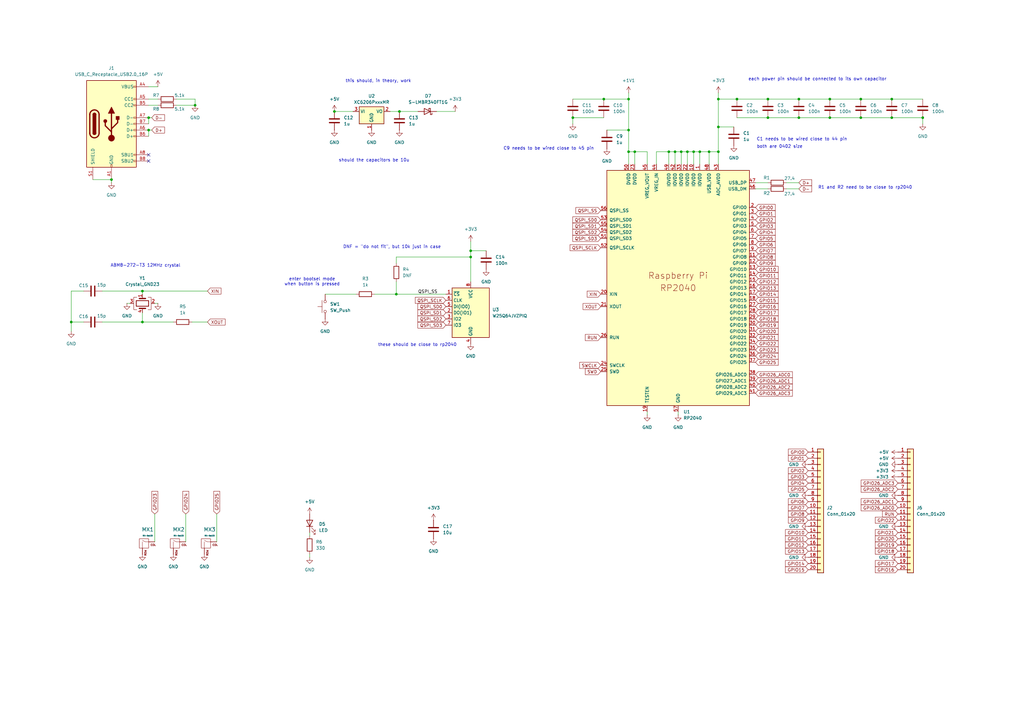
<source format=kicad_sch>
(kicad_sch (version 20231120) (generator "eeschema") (generator_version "8.0")
  (paper "A3")
  (lib_symbols
    (symbol "Connector:USB_C_Receptacle_USB2.0_16P" (pin_names (offset 1.016))
      (property "Reference" "J" (at 0 22.225 0))
      (property "Value" "USB_C_Receptacle_USB2.0_16P" (at 0 19.685 0))
      (symbol "USB_C_Receptacle_USB2.0_16P_1_1"
        (pin passive line (at 0 -22.86 90) (length 5.08) (name "GND") (number "A1"))
        (pin passive line (at 0 -22.86 90) (length 5.08) hide (name "GND") (number "A12"))
        (pin passive line (at 15.24 15.24 180) (length 5.08) (name "VBUS") (number "A4"))
        (pin bidirectional line (at 15.24 10.16 180) (length 5.08) (name "CC1") (number "A5"))
        (pin bidirectional line (at 15.24 -2.54 180) (length 5.08) (name "D+") (number "A6"))
        (pin bidirectional line (at 15.24 2.54 180) (length 5.08) (name "D-") (number "A7"))
        (pin bidirectional line (at 15.24 -12.7 180) (length 5.08) (name "SBU1") (number "A8"))
        (pin passive line (at 15.24 15.24 180) (length 5.08) hide (name "VBUS") (number "A9"))
        (pin passive line (at 0 -22.86 90) (length 5.08) hide (name "GND") (number "B1"))
        (pin passive line (at 0 -22.86 90) (length 5.08) hide (name "GND") (number "B12"))
        (pin passive line (at 15.24 15.24 180) (length 5.08) hide (name "VBUS") (number "B4"))
        (pin bidirectional line (at 15.24 7.62 180) (length 5.08) (name "CC2") (number "B5"))
        (pin bidirectional line (at 15.24 -5.08 180) (length 5.08) (name "D+") (number "B6"))
        (pin bidirectional line (at 15.24 0 180) (length 5.08) (name "D-") (number "B7"))
        (pin bidirectional line (at 15.24 -15.24 180) (length 5.08) (name "SBU2") (number "B8"))
        (pin passive line (at 15.24 15.24 180) (length 5.08) hide (name "VBUS") (number "B9"))
        (pin passive line (at -7.62 -22.86 90) (length 5.08) (name "SHIELD") (number "S1"))
      )
    )
    (symbol "Connector_Generic:Conn_01x20" (pin_names (offset 1.016) hide)
      (property "Reference" "J" (at 0 25.4 0))
      (property "Value" "Conn_01x20" (at 0 -27.94 0))
      (symbol "Conn_01x20_1_1"
        (pin passive line (at -5.08 22.86 0) (length 3.81) (name "Pin_1") (number "1"))
        (pin passive line (at -5.08 0 0) (length 3.81) (name "Pin_10") (number "10"))
        (pin passive line (at -5.08 -2.54 0) (length 3.81) (name "Pin_11") (number "11"))
        (pin passive line (at -5.08 -5.08 0) (length 3.81) (name "Pin_12") (number "12"))
        (pin passive line (at -5.08 -7.62 0) (length 3.81) (name "Pin_13") (number "13"))
        (pin passive line (at -5.08 -10.16 0) (length 3.81) (name "Pin_14") (number "14"))
        (pin passive line (at -5.08 -12.7 0) (length 3.81) (name "Pin_15") (number "15"))
        (pin passive line (at -5.08 -15.24 0) (length 3.81) (name "Pin_16") (number "16"))
        (pin passive line (at -5.08 -17.78 0) (length 3.81) (name "Pin_17") (number "17"))
        (pin passive line (at -5.08 -20.32 0) (length 3.81) (name "Pin_18") (number "18"))
        (pin passive line (at -5.08 -22.86 0) (length 3.81) (name "Pin_19") (number "19"))
        (pin passive line (at -5.08 20.32 0) (length 3.81) (name "Pin_2") (number "2"))
        (pin passive line (at -5.08 -25.4 0) (length 3.81) (name "Pin_20") (number "20"))
        (pin passive line (at -5.08 17.78 0) (length 3.81) (name "Pin_3") (number "3"))
        (pin passive line (at -5.08 15.24 0) (length 3.81) (name "Pin_4") (number "4"))
        (pin passive line (at -5.08 12.7 0) (length 3.81) (name "Pin_5") (number "5"))
        (pin passive line (at -5.08 10.16 0) (length 3.81) (name "Pin_6") (number "6"))
        (pin passive line (at -5.08 7.62 0) (length 3.81) (name "Pin_7") (number "7"))
        (pin passive line (at -5.08 5.08 0) (length 3.81) (name "Pin_8") (number "8"))
        (pin passive line (at -5.08 2.54 0) (length 3.81) (name "Pin_9") (number "9"))
      )
    )
    (symbol "Device:C" (pin_numbers hide) (pin_names (offset 0.254))
      (property "Reference" "C" (at 0.635 2.54 0))
      (property "Value" "C" (at 0.635 -2.54 0))
      (symbol "C_1_1"
        (pin passive line (at 0 3.81 270) (length 2.794) (name "~") (number "1"))
        (pin passive line (at 0 -3.81 90) (length 2.794) (name "~") (number "2"))
      )
    )
    (symbol "Device:Crystal_GND23" (pin_names (offset 1.016) hide)
      (property "Reference" "Y" (at 3.175 5.08 0))
      (property "Value" "Crystal_GND23" (at 3.175 3.175 0))
      (symbol "Crystal_GND23_1_1"
        (pin passive line (at -3.81 0 0) (length 1.27) (name "1") (number "1"))
        (pin passive line (at 0 5.08 270) (length 1.27) (name "2") (number "2"))
        (pin passive line (at 0 -5.08 90) (length 1.27) (name "3") (number "3"))
        (pin passive line (at 3.81 0 180) (length 1.27) (name "4") (number "4"))
      )
    )
    (symbol "Device:D_Schottky" (pin_numbers hide) (pin_names (offset 1.016) hide)
      (property "Reference" "D" (at 0 2.54 0))
      (property "Value" "D_Schottky" (at 0 -2.54 0))
      (symbol "D_Schottky_1_1"
        (pin passive line (at -3.81 0 0) (length 2.54) (name "K") (number "1"))
        (pin passive line (at 3.81 0 180) (length 2.54) (name "A") (number "2"))
      )
    )
    (symbol "Device:LED" (pin_numbers hide) (pin_names (offset 1.016) hide)
      (property "Reference" "D" (at 0 2.54 0))
      (property "Value" "LED" (at 0 -2.54 0))
      (symbol "LED_1_1"
        (pin passive line (at -3.81 0 0) (length 2.54) (name "K") (number "1"))
        (pin passive line (at 3.81 0 180) (length 2.54) (name "A") (number "2"))
      )
    )
    (symbol "Device:R" (pin_numbers hide) (pin_names (offset 0))
      (property "Reference" "R" (at 2.032 0 90))
      (property "Value" "R" (at 0 0 90))
      (symbol "R_1_1"
        (pin passive line (at 0 3.81 270) (length 1.27) (name "~") (number "1"))
        (pin passive line (at 0 -3.81 90) (length 1.27) (name "~") (number "2"))
      )
    )
    (symbol "MCU_RaspberryPi_and_Boards:RP2040" (pin_names (offset 1.016))
      (property "Reference" "U" (at -29.21 49.53 0))
      (property "Value" "RP2040" (at 24.13 -49.53 0))
      (symbol "RP2040_0_0"
        (text "Raspberry Pi" (at 0 5.08 0) (effects (font (size 2.54 2.54))))
        (text "RP2040" (at 0 0 0) (effects (font (size 2.54 2.54))))
      )
      (symbol "RP2040_1_1"
        (pin power_in line (at 8.89 50.8 270) (length 2.54) (name "IOVDD") (number "1"))
        (pin power_in line (at 6.35 50.8 270) (length 2.54) (name "IOVDD") (number "10"))
        (pin bidirectional line (at 31.75 12.7 180) (length 2.54) (name "GPIO8") (number "11"))
        (pin bidirectional line (at 31.75 10.16 180) (length 2.54) (name "GPIO9") (number "12"))
        (pin bidirectional line (at 31.75 7.62 180) (length 2.54) (name "GPIO10") (number "13"))
        (pin bidirectional line (at 31.75 5.08 180) (length 2.54) (name "GPIO11") (number "14"))
        (pin bidirectional line (at 31.75 2.54 180) (length 2.54) (name "GPIO12") (number "15"))
        (pin bidirectional line (at 31.75 0 180) (length 2.54) (name "GPIO13") (number "16"))
        (pin bidirectional line (at 31.75 -2.54 180) (length 2.54) (name "GPIO14") (number "17"))
        (pin bidirectional line (at 31.75 -5.08 180) (length 2.54) (name "GPIO15") (number "18"))
        (pin passive line (at -12.7 -50.8 90) (length 2.54) (name "TESTEN") (number "19"))
        (pin bidirectional line (at 31.75 33.02 180) (length 2.54) (name "GPIO0") (number "2"))
        (pin input line (at -31.75 -2.54 0) (length 2.54) (name "XIN") (number "20"))
        (pin passive line (at -31.75 -7.62 0) (length 2.54) (name "XOUT") (number "21"))
        (pin power_in line (at 3.81 50.8 270) (length 2.54) (name "IOVDD") (number "22"))
        (pin power_in line (at -17.78 50.8 270) (length 2.54) (name "DVDD") (number "23"))
        (pin output line (at -31.75 -31.75 0) (length 2.54) (name "SWCLK") (number "24"))
        (pin bidirectional line (at -31.75 -34.29 0) (length 2.54) (name "SWD") (number "25"))
        (pin input line (at -31.75 -20.32 0) (length 2.54) (name "RUN") (number "26"))
        (pin bidirectional line (at 31.75 -7.62 180) (length 2.54) (name "GPIO16") (number "27"))
        (pin bidirectional line (at 31.75 -10.16 180) (length 2.54) (name "GPIO17") (number "28"))
        (pin bidirectional line (at 31.75 -12.7 180) (length 2.54) (name "GPIO18") (number "29"))
        (pin bidirectional line (at 31.75 30.48 180) (length 2.54) (name "GPIO1") (number "3"))
        (pin bidirectional line (at 31.75 -15.24 180) (length 2.54) (name "GPIO19") (number "30"))
        (pin bidirectional line (at 31.75 -17.78 180) (length 2.54) (name "GPIO20") (number "31"))
        (pin bidirectional line (at 31.75 -20.32 180) (length 2.54) (name "GPIO21") (number "32"))
        (pin power_in line (at 1.27 50.8 270) (length 2.54) (name "IOVDD") (number "33"))
        (pin bidirectional line (at 31.75 -22.86 180) (length 2.54) (name "GPIO22") (number "34"))
        (pin bidirectional line (at 31.75 -25.4 180) (length 2.54) (name "GPIO23") (number "35"))
        (pin bidirectional line (at 31.75 -27.94 180) (length 2.54) (name "GPIO24") (number "36"))
        (pin bidirectional line (at 31.75 -30.48 180) (length 2.54) (name "GPIO25") (number "37"))
        (pin bidirectional line (at 31.75 -35.56 180) (length 2.54) (name "GPIO26_ADC0") (number "38"))
        (pin bidirectional line (at 31.75 -38.1 180) (length 2.54) (name "GPIO27_ADC1") (number "39"))
        (pin bidirectional line (at 31.75 27.94 180) (length 2.54) (name "GPIO2") (number "4"))
        (pin bidirectional line (at 31.75 -40.64 180) (length 2.54) (name "GPIO28_ADC2") (number "40"))
        (pin bidirectional line (at 31.75 -43.18 180) (length 2.54) (name "GPIO29_ADC3") (number "41"))
        (pin power_in line (at -1.27 50.8 270) (length 2.54) (name "IOVDD") (number "42"))
        (pin power_in line (at 16.51 50.8 270) (length 2.54) (name "ADC_AVDD") (number "43"))
        (pin power_in line (at -8.89 50.8 270) (length 2.54) (name "VREG_IN") (number "44"))
        (pin power_out line (at -12.7 50.8 270) (length 2.54) (name "VREG_VOUT") (number "45"))
        (pin bidirectional line (at 31.75 40.64 180) (length 2.54) (name "USB_DM") (number "46"))
        (pin bidirectional line (at 31.75 43.18 180) (length 2.54) (name "USB_DP") (number "47"))
        (pin power_in line (at 12.7 50.8 270) (length 2.54) (name "USB_VDD") (number "48"))
        (pin power_in line (at -3.81 50.8 270) (length 2.54) (name "IOVDD") (number "49"))
        (pin bidirectional line (at 31.75 25.4 180) (length 2.54) (name "GPIO3") (number "5"))
        (pin power_in line (at -20.32 50.8 270) (length 2.54) (name "DVDD") (number "50"))
        (pin bidirectional line (at -31.75 20.32 0) (length 2.54) (name "QSPI_SD3") (number "51"))
        (pin output line (at -31.75 16.51 0) (length 2.54) (name "QSPI_SCLK") (number "52"))
        (pin bidirectional line (at -31.75 27.94 0) (length 2.54) (name "QSPI_SD0") (number "53"))
        (pin bidirectional line (at -31.75 22.86 0) (length 2.54) (name "QSPI_SD2") (number "54"))
        (pin bidirectional line (at -31.75 25.4 0) (length 2.54) (name "QSPI_SD1") (number "55"))
        (pin bidirectional line (at -31.75 31.75 0) (length 2.54) (name "QSPI_SS") (number "56"))
        (pin power_in line (at 0 -50.8 90) (length 2.54) (name "GND") (number "57"))
        (pin bidirectional line (at 31.75 22.86 180) (length 2.54) (name "GPIO4") (number "6"))
        (pin bidirectional line (at 31.75 20.32 180) (length 2.54) (name "GPIO5") (number "7"))
        (pin bidirectional line (at 31.75 17.78 180) (length 2.54) (name "GPIO6") (number "8"))
        (pin bidirectional line (at 31.75 15.24 180) (length 2.54) (name "GPIO7") (number "9"))
      )
    )
    (symbol "MX_Alps_Hybrid:MX-NoLED" (pin_names (offset 1.016))
      (property "Reference" "MX" (at -0.635 3.81 0))
      (property "Value" "MX-NoLED" (at -0.635 1.27 0))
      (symbol "MX-NoLED_0_0"
        (text "COL" (at 3.175 0 0) (effects (font (size 0.762 0.762))))
        (text "ROW" (at 0 -1.905 900) (effects (font (size 0.762 0.762)) (justify right)))
      )
      (symbol "MX-NoLED_1_1"
        (pin passive line (at 3.81 1.27 180) (length 2.54) (name "COL") (number "1"))
        (pin passive line (at -1.27 -3.81 90) (length 2.54) (name "ROW") (number "2"))
      )
    )
    (symbol "Memory_Flash:W25Q128JVS"
      (property "Reference" "U" (at -8.89 8.89 0))
      (property "Value" "W25Q128JVS" (at 7.62 8.89 0))
      (symbol "W25Q128JVS_1_1"
        (pin input line (at -10.16 7.62 0) (length 2.54) (name "~{CS}") (number "1"))
        (pin bidirectional line (at -10.16 0 0) (length 2.54) (name "DO(IO1)") (number "2"))
        (pin bidirectional line (at -10.16 -2.54 0) (length 2.54) (name "IO2") (number "3"))
        (pin power_in line (at 0 -12.7 90) (length 2.54) (name "GND") (number "4"))
        (pin bidirectional line (at -10.16 2.54 0) (length 2.54) (name "DI(IO0)") (number "5"))
        (pin input line (at -10.16 5.08 0) (length 2.54) (name "CLK") (number "6"))
        (pin bidirectional line (at -10.16 -5.08 0) (length 2.54) (name "IO3") (number "7"))
        (pin power_in line (at 0 12.7 270) (length 2.54) (name "VCC") (number "8"))
      )
    )
    (symbol "Regulator_Linear:NCP1117-3.3_SOT223"
      (property "Reference" "U" (at -3.81 3.175 0))
      (property "Value" "NCP1117-3.3_SOT223" (at 0 3.175 0))
      (symbol "NCP1117-3.3_SOT223_1_1"
        (pin power_in line (at 0 -7.62 90) (length 2.54) (name "GND") (number "1"))
        (pin power_out line (at 7.62 0 180) (length 2.54) (name "VO") (number "2"))
        (pin power_in line (at -7.62 0 0) (length 2.54) (name "VI") (number "3"))
      )
    )
    (symbol "Switch:SW_Push" (pin_numbers hide) (pin_names (offset 1.016) hide)
      (property "Reference" "SW" (at 1.27 2.54 0))
      (property "Value" "SW_Push" (at 0 -1.524 0))
      (symbol "SW_Push_0_1"
        (pin passive line (at -5.08 0 0) (length 2.54) (name "1") (number "1"))
        (pin passive line (at 5.08 0 180) (length 2.54) (name "2") (number "2"))
      )
    )
    (symbol "power:+1V1" (power) (pin_numbers hide) (pin_names (offset 0) hide)
      (property "Value" "+1V1" (at 0 3.556 0))
      (symbol "+1V1_1_1"
        (pin power_in line (at 0 0 90) (length 0) (name "~") (number "1"))
      )
    )
    (symbol "power:+3V3" (power) (pin_numbers hide) (pin_names (offset 0) hide)
      (property "Value" "+3V3" (at 0 3.556 0))
      (symbol "+3V3_1_1"
        (pin power_in line (at 0 0 90) (length 0) (name "~") (number "1"))
      )
    )
    (symbol "power:+5V" (power) (pin_numbers hide) (pin_names (offset 0) hide)
      (property "Value" "+5V" (at 0 3.556 0))
      (symbol "+5V_1_1"
        (pin power_in line (at 0 0 90) (length 0) (name "~") (number "1"))
      )
    )
    (symbol "power:GND" (power) (pin_numbers hide) (pin_names (offset 0) hide)
      (property "Value" "GND" (at 0 -3.81 0))
      (symbol "GND_1_1"
        (pin power_in line (at 0 0 270) (length 0) (name "~") (number "1"))
      )
    )
  )
  (junction (at 60.96 48.26))
  (junction (at 60.96 53.34))
  (junction (at 378.46 48.26))
  (junction (at 193.04 105.41))
  (junction (at 284.48 62.23))
  (junction (at 353.06 48.26))
  (junction (at 257.81 62.23))
  (junction (at 294.64 52.07))
  (junction (at 327.66 40.64))
  (junction (at 353.06 40.64))
  (junction (at 294.64 40.64))
  (junction (at 58.42 132.08))
  (junction (at 365.76 40.64))
  (junction (at 274.32 62.23))
  (junction (at 193.04 102.87))
  (junction (at 163.83 45.72))
  (junction (at 58.42 119.38))
  (junction (at 365.76 48.26))
  (junction (at 340.36 40.64))
  (junction (at 314.96 48.26))
  (junction (at 45.72 73.66))
  (junction (at 340.36 48.26))
  (junction (at 162.56 120.65))
  (junction (at 294.64 62.23))
  (junction (at 234.95 48.26))
  (junction (at 287.02 62.23))
  (junction (at 327.66 48.26))
  (junction (at 29.21 132.08))
  (junction (at 302.26 40.64))
  (junction (at 279.4 62.23))
  (junction (at 257.81 53.34))
  (junction (at 281.94 62.23))
  (junction (at 276.86 62.23))
  (junction (at 257.81 40.64))
  (junction (at 260.35 62.23))
  (junction (at 314.96 40.64))
  (junction (at 80.01 43.18))
  (junction (at 247.65 40.64))
  (junction (at 137.16 45.72))
  (junction (at 290.83 62.23))
  (no_connect (at 60.96 63.5))
  (no_connect (at 60.96 66.04))
  (wire (pts (xy 80.01 40.64) (xy 80.01 43.18)))
  (wire (pts (xy 153.67 120.65) (xy 162.56 120.65)))
  (wire (pts (xy 353.06 40.64) (xy 365.76 40.64)))
  (wire (pts (xy 309.88 77.47) (xy 314.96 77.47)))
  (wire (pts (xy 265.43 67.31) (xy 265.43 62.23)))
  (wire (pts (xy 193.04 102.87) (xy 193.04 105.41)))
  (wire (pts (xy 162.56 105.41) (xy 162.56 107.95)))
  (wire (pts (xy 276.86 62.23) (xy 276.86 67.31)))
  (wire (pts (xy 127 218.44) (xy 127 219.71)))
  (wire (pts (xy 290.83 62.23) (xy 290.83 67.31)))
  (wire (pts (xy 162.56 120.65) (xy 182.88 120.65)))
  (wire (pts (xy 248.92 53.34) (xy 257.81 53.34)))
  (wire (pts (xy 276.86 62.23) (xy 279.4 62.23)))
  (wire (pts (xy 322.58 74.93) (xy 327.66 74.93)))
  (wire (pts (xy 247.65 40.64) (xy 257.81 40.64)))
  (wire (pts (xy 133.35 120.65) (xy 146.05 120.65)))
  (wire (pts (xy 322.58 77.47) (xy 327.66 77.47)))
  (wire (pts (xy 60.96 48.26) (xy 60.96 50.8)))
  (wire (pts (xy 45.72 73.66) (xy 45.72 74.93)))
  (wire (pts (xy 160.02 45.72) (xy 163.83 45.72)))
  (wire (pts (xy 234.95 40.64) (xy 247.65 40.64)))
  (wire (pts (xy 284.48 62.23) (xy 287.02 62.23)))
  (wire (pts (xy 58.42 132.08) (xy 41.91 132.08)))
  (wire (pts (xy 281.94 62.23) (xy 284.48 62.23)))
  (wire (pts (xy 88.9 210.82) (xy 88.9 222.25)))
  (wire (pts (xy 269.24 67.31) (xy 269.24 62.23)))
  (wire (pts (xy 274.32 62.23) (xy 274.32 67.31)))
  (wire (pts (xy 60.96 53.34) (xy 62.23 53.34)))
  (wire (pts (xy 260.35 62.23) (xy 257.81 62.23)))
  (wire (pts (xy 265.43 62.23) (xy 260.35 62.23)))
  (wire (pts (xy 365.76 48.26) (xy 378.46 48.26)))
  (wire (pts (xy 34.29 119.38) (xy 29.21 119.38)))
  (wire (pts (xy 309.88 74.93) (xy 314.96 74.93)))
  (wire (pts (xy 60.96 43.18) (xy 64.77 43.18)))
  (wire (pts (xy 314.96 48.26) (xy 327.66 48.26)))
  (wire (pts (xy 257.81 38.1) (xy 257.81 40.64)))
  (wire (pts (xy 265.43 170.18) (xy 265.43 168.91)))
  (wire (pts (xy 29.21 132.08) (xy 34.29 132.08)))
  (wire (pts (xy 58.42 120.65) (xy 58.42 119.38)))
  (wire (pts (xy 378.46 48.26) (xy 378.46 50.8)))
  (wire (pts (xy 302.26 40.64) (xy 314.96 40.64)))
  (wire (pts (xy 29.21 119.38) (xy 29.21 132.08)))
  (wire (pts (xy 162.56 115.57) (xy 162.56 120.65)))
  (wire (pts (xy 234.95 48.26) (xy 247.65 48.26)))
  (wire (pts (xy 294.64 40.64) (xy 302.26 40.64)))
  (wire (pts (xy 63.5 124.46) (xy 64.77 124.46)))
  (wire (pts (xy 257.81 53.34) (xy 257.81 62.23)))
  (wire (pts (xy 353.06 48.26) (xy 365.76 48.26)))
  (wire (pts (xy 340.36 40.64) (xy 353.06 40.64)))
  (wire (pts (xy 281.94 67.31) (xy 281.94 62.23)))
  (wire (pts (xy 294.64 40.64) (xy 294.64 52.07)))
  (wire (pts (xy 365.76 40.64) (xy 378.46 40.64)))
  (wire (pts (xy 278.13 170.18) (xy 278.13 168.91)))
  (wire (pts (xy 58.42 132.08) (xy 71.12 132.08)))
  (wire (pts (xy 294.64 38.1) (xy 294.64 40.64)))
  (wire (pts (xy 179.07 45.72) (xy 186.69 45.72)))
  (wire (pts (xy 340.36 48.26) (xy 353.06 48.26)))
  (wire (pts (xy 38.1 73.66) (xy 45.72 73.66)))
  (wire (pts (xy 60.96 40.64) (xy 64.77 40.64)))
  (wire (pts (xy 60.96 35.56) (xy 64.77 35.56)))
  (wire (pts (xy 314.96 40.64) (xy 327.66 40.64)))
  (wire (pts (xy 193.04 105.41) (xy 193.04 115.57)))
  (wire (pts (xy 41.91 119.38) (xy 58.42 119.38)))
  (wire (pts (xy 287.02 62.23) (xy 290.83 62.23)))
  (wire (pts (xy 327.66 40.64) (xy 340.36 40.64)))
  (wire (pts (xy 257.81 62.23) (xy 257.81 67.31)))
  (wire (pts (xy 279.4 62.23) (xy 281.94 62.23)))
  (wire (pts (xy 274.32 62.23) (xy 276.86 62.23)))
  (wire (pts (xy 58.42 128.27) (xy 58.42 132.08)))
  (wire (pts (xy 257.81 40.64) (xy 257.81 53.34)))
  (wire (pts (xy 300.99 52.07) (xy 294.64 52.07)))
  (wire (pts (xy 234.95 50.8) (xy 234.95 48.26)))
  (wire (pts (xy 52.07 124.46) (xy 53.34 124.46)))
  (wire (pts (xy 72.39 40.64) (xy 80.01 40.64)))
  (wire (pts (xy 279.4 62.23) (xy 279.4 67.31)))
  (wire (pts (xy 327.66 48.26) (xy 340.36 48.26)))
  (wire (pts (xy 269.24 62.23) (xy 274.32 62.23)))
  (wire (pts (xy 78.74 132.08) (xy 85.09 132.08)))
  (wire (pts (xy 163.83 45.72) (xy 171.45 45.72)))
  (wire (pts (xy 29.21 132.08) (xy 29.21 135.89)))
  (wire (pts (xy 294.64 62.23) (xy 294.64 67.31)))
  (wire (pts (xy 294.64 52.07) (xy 294.64 62.23)))
  (wire (pts (xy 63.5 210.82) (xy 63.5 222.25)))
  (wire (pts (xy 127 227.33) (xy 127 228.6)))
  (wire (pts (xy 193.04 102.87) (xy 199.39 102.87)))
  (wire (pts (xy 72.39 43.18) (xy 80.01 43.18)))
  (wire (pts (xy 287.02 62.23) (xy 287.02 67.31)))
  (wire (pts (xy 302.26 48.26) (xy 314.96 48.26)))
  (wire (pts (xy 58.42 119.38) (xy 85.09 119.38)))
  (wire (pts (xy 60.96 48.26) (xy 62.23 48.26)))
  (wire (pts (xy 76.2 210.82) (xy 76.2 222.25)))
  (wire (pts (xy 290.83 62.23) (xy 294.64 62.23)))
  (wire (pts (xy 193.04 99.06) (xy 193.04 102.87)))
  (wire (pts (xy 284.48 67.31) (xy 284.48 62.23)))
  (wire (pts (xy 260.35 62.23) (xy 260.35 67.31)))
  (wire (pts (xy 137.16 45.72) (xy 144.78 45.72)))
  (wire (pts (xy 162.56 105.41) (xy 193.04 105.41)))
  (wire (pts (xy 60.96 53.34) (xy 60.96 55.88)))
  (text "C9 needs to be wired close to 45 pin" (at 225.044 60.96 0) (effects (font (size 1.27 1.27))))
  (text "enter bootsel mode\nwhen button is pressed" (at 128.016 115.57 0) (effects (font (size 1.27 1.27))))
  (text "this should, in theory, work" (at 155.194 33.274 0) (effects (font (size 1.27 1.27))))
  (text "R1 and R2 need to be close to rp2040" (at 354.838 76.962 0) (effects (font (size 1.27 1.27))))
  (text "DNF = \"do not fit\", but 10k just in case" (at 160.782 101.346 0) (effects (font (size 1.27 1.27))))
  (text "should the capacitors be 10u" (at 153.416 65.786 0) (effects (font (size 1.27 1.27))))
  (text "these should be close to rp2040" (at 171.196 141.478 0) (effects (font (size 1.27 1.27))))
  (text "both are 0402 size" (at 319.786 60.198 0) (effects (font (size 1.27 1.27))))
  (text "ABM8-272-T3 12MHz crystal" (at 59.69 108.966 0) (effects (font (size 1.27 1.27))))
  (text "each power pin should be connected to its own capacitor" (at 335.28 32.512 0) (effects (font (size 1.27 1.27))))
  (text "C1 needs to be wired close to 44 pin" (at 328.93 57.15 0) (effects (font (size 1.27 1.27))))
  (label "QSPI_SS" (at 171.45 120.65 0))
  (global_label "GPIO3" (shape input) (at 309.88 92.71 0) (property "Intersheetrefs" "${INTERSHEET_REFS}" (effects (hide yes))))
  (global_label "GPIO4" (shape input) (at 309.88 95.25 0) (property "Intersheetrefs" "${INTERSHEET_REFS}" (effects (hide yes))))
  (global_label "GPIO20" (shape input) (at 368.3 220.98 180) (property "Intersheetrefs" "${INTERSHEET_REFS}" (effects (hide yes))))
  (global_label "GPIO15" (shape input) (at 309.88 123.19 0) (property "Intersheetrefs" "${INTERSHEET_REFS}" (effects (hide yes))))
  (global_label "XIN" (shape input) (at 246.38 120.65 180) (property "Intersheetrefs" "${INTERSHEET_REFS}" (effects (hide yes))))
  (global_label "GPIO22" (shape input) (at 309.88 140.97 0) (property "Intersheetrefs" "${INTERSHEET_REFS}" (effects (hide yes))))
  (global_label "GPIO25" (shape input) (at 309.88 148.59 0) (property "Intersheetrefs" "${INTERSHEET_REFS}" (effects (hide yes))))
  (global_label "GPIO26_ADC1" (shape input) (at 309.88 156.21 0) (property "Intersheetrefs" "${INTERSHEET_REFS}" (effects (hide yes))))
  (global_label "GPIO21" (shape input) (at 368.3 218.44 180) (property "Intersheetrefs" "${INTERSHEET_REFS}" (effects (hide yes))))
  (global_label "GPIO9" (shape input) (at 331.47 213.36 180) (property "Intersheetrefs" "${INTERSHEET_REFS}" (effects (hide yes))))
  (global_label "GPIO24" (shape input) (at 309.88 146.05 0) (property "Intersheetrefs" "${INTERSHEET_REFS}" (effects (hide yes))))
  (global_label "GPIO2" (shape input) (at 331.47 193.04 180) (property "Intersheetrefs" "${INTERSHEET_REFS}" (effects (hide yes))))
  (global_label "GPIO5" (shape input) (at 309.88 97.79 0) (property "Intersheetrefs" "${INTERSHEET_REFS}" (effects (hide yes))))
  (global_label "QSPI_SD3" (shape input) (at 246.38 97.79 180) (property "Intersheetrefs" "${INTERSHEET_REFS}" (effects (hide yes))))
  (global_label "GPIO25" (shape input) (at 88.9 210.82 90) (property "Intersheetrefs" "${INTERSHEET_REFS}" (effects (hide yes))))
  (global_label "QSPI_SD3" (shape input) (at 182.88 133.35 180) (property "Intersheetrefs" "${INTERSHEET_REFS}" (effects (hide yes))))
  (global_label "GPIO4" (shape input) (at 331.47 198.12 180) (property "Intersheetrefs" "${INTERSHEET_REFS}" (effects (hide yes))))
  (global_label "GPIO26_ADC0" (shape input) (at 368.3 208.28 180) (property "Intersheetrefs" "${INTERSHEET_REFS}" (effects (hide yes))))
  (global_label "XIN" (shape input) (at 85.09 119.38 0) (property "Intersheetrefs" "${INTERSHEET_REFS}" (effects (hide yes))))
  (global_label "GPIO18" (shape input) (at 368.3 226.06 180) (property "Intersheetrefs" "${INTERSHEET_REFS}" (effects (hide yes))))
  (global_label "GPIO14" (shape input) (at 331.47 231.14 180) (property "Intersheetrefs" "${INTERSHEET_REFS}" (effects (hide yes))))
  (global_label "GPIO0" (shape input) (at 331.47 185.42 180) (property "Intersheetrefs" "${INTERSHEET_REFS}" (effects (hide yes))))
  (global_label "GPIO15" (shape input) (at 331.47 233.68 180) (property "Intersheetrefs" "${INTERSHEET_REFS}" (effects (hide yes))))
  (global_label "XOUT" (shape input) (at 246.38 125.73 180) (property "Intersheetrefs" "${INTERSHEET_REFS}" (effects (hide yes))))
  (global_label "GPIO6" (shape input) (at 331.47 205.74 180) (property "Intersheetrefs" "${INTERSHEET_REFS}" (effects (hide yes))))
  (global_label "GPIO1" (shape input) (at 309.88 87.63 0) (property "Intersheetrefs" "${INTERSHEET_REFS}" (effects (hide yes))))
  (global_label "D+" (shape input) (at 62.23 53.34 0) (property "Intersheetrefs" "${INTERSHEET_REFS}" (effects (hide yes))))
  (global_label "QSPI_SCLK" (shape input) (at 246.38 101.6 180) (property "Intersheetrefs" "${INTERSHEET_REFS}" (effects (hide yes))))
  (global_label "GPIO9" (shape input) (at 309.88 107.95 0) (property "Intersheetrefs" "${INTERSHEET_REFS}" (effects (hide yes))))
  (global_label "GPIO17" (shape input) (at 368.3 231.14 180) (property "Intersheetrefs" "${INTERSHEET_REFS}" (effects (hide yes))))
  (global_label "GPIO7" (shape input) (at 331.47 208.28 180) (property "Intersheetrefs" "${INTERSHEET_REFS}" (effects (hide yes))))
  (global_label "GPIO12" (shape input) (at 331.47 223.52 180) (property "Intersheetrefs" "${INTERSHEET_REFS}" (effects (hide yes))))
  (global_label "RUN" (shape input) (at 246.38 138.43 180) (property "Intersheetrefs" "${INTERSHEET_REFS}" (effects (hide yes))))
  (global_label "GPIO0" (shape input) (at 309.88 85.09 0) (property "Intersheetrefs" "${INTERSHEET_REFS}" (effects (hide yes))))
  (global_label "D+" (shape input) (at 327.66 74.93 0) (property "Intersheetrefs" "${INTERSHEET_REFS}" (effects (hide yes))))
  (global_label "QSPI_SD1" (shape input) (at 182.88 128.27 180) (property "Intersheetrefs" "${INTERSHEET_REFS}" (effects (hide yes))))
  (global_label "GPIO1" (shape input) (at 331.47 187.96 180) (property "Intersheetrefs" "${INTERSHEET_REFS}" (effects (hide yes))))
  (global_label "QSPI_SD2" (shape input) (at 182.88 130.81 180) (property "Intersheetrefs" "${INTERSHEET_REFS}" (effects (hide yes))))
  (global_label "GPIO6" (shape input) (at 309.88 100.33 0) (property "Intersheetrefs" "${INTERSHEET_REFS}" (effects (hide yes))))
  (global_label "GPIO8" (shape input) (at 331.47 210.82 180) (property "Intersheetrefs" "${INTERSHEET_REFS}" (effects (hide yes))))
  (global_label "GPIO14" (shape input) (at 309.88 120.65 0) (property "Intersheetrefs" "${INTERSHEET_REFS}" (effects (hide yes))))
  (global_label "QSPI_SD0" (shape input) (at 182.88 125.73 180) (property "Intersheetrefs" "${INTERSHEET_REFS}" (effects (hide yes))))
  (global_label "GPIO26_ADC2" (shape input) (at 309.88 158.75 0) (property "Intersheetrefs" "${INTERSHEET_REFS}" (effects (hide yes))))
  (global_label "QSPI_SS" (shape input) (at 246.38 86.36 180) (property "Intersheetrefs" "${INTERSHEET_REFS}" (effects (hide yes))))
  (global_label "GPIO13" (shape input) (at 309.88 118.11 0) (property "Intersheetrefs" "${INTERSHEET_REFS}" (effects (hide yes))))
  (global_label "GPIO26_ADC3" (shape input) (at 368.3 198.12 180) (property "Intersheetrefs" "${INTERSHEET_REFS}" (effects (hide yes))))
  (global_label "XOUT" (shape input) (at 85.09 132.08 0) (property "Intersheetrefs" "${INTERSHEET_REFS}" (effects (hide yes))))
  (global_label "GPIO19" (shape input) (at 309.88 133.35 0) (property "Intersheetrefs" "${INTERSHEET_REFS}" (effects (hide yes))))
  (global_label "QSPI_SD0" (shape input) (at 246.38 90.17 180) (property "Intersheetrefs" "${INTERSHEET_REFS}" (effects (hide yes))))
  (global_label "GPIO5" (shape input) (at 331.47 200.66 180) (property "Intersheetrefs" "${INTERSHEET_REFS}" (effects (hide yes))))
  (global_label "QSPI_SD1" (shape input) (at 246.38 92.71 180) (property "Intersheetrefs" "${INTERSHEET_REFS}" (effects (hide yes))))
  (global_label "GPIO24" (shape input) (at 76.2 210.82 90) (property "Intersheetrefs" "${INTERSHEET_REFS}" (effects (hide yes))))
  (global_label "QSPI_SD2" (shape input) (at 246.38 95.25 180) (property "Intersheetrefs" "${INTERSHEET_REFS}" (effects (hide yes))))
  (global_label "GPIO7" (shape input) (at 309.88 102.87 0) (property "Intersheetrefs" "${INTERSHEET_REFS}" (effects (hide yes))))
  (global_label "GPIO8" (shape input) (at 309.88 105.41 0) (property "Intersheetrefs" "${INTERSHEET_REFS}" (effects (hide yes))))
  (global_label "QSPI_SCLK" (shape input) (at 182.88 123.19 180) (property "Intersheetrefs" "${INTERSHEET_REFS}" (effects (hide yes))))
  (global_label "GPIO26_ADC1" (shape input) (at 368.3 205.74 180) (property "Intersheetrefs" "${INTERSHEET_REFS}" (effects (hide yes))))
  (global_label "GPIO19" (shape input) (at 368.3 223.52 180) (property "Intersheetrefs" "${INTERSHEET_REFS}" (effects (hide yes))))
  (global_label "GPIO20" (shape input) (at 309.88 135.89 0) (property "Intersheetrefs" "${INTERSHEET_REFS}" (effects (hide yes))))
  (global_label "GPIO23" (shape input) (at 309.88 143.51 0) (property "Intersheetrefs" "${INTERSHEET_REFS}" (effects (hide yes))))
  (global_label "GPIO26_ADC0" (shape input) (at 309.88 153.67 0) (property "Intersheetrefs" "${INTERSHEET_REFS}" (effects (hide yes))))
  (global_label "GPIO2" (shape input) (at 309.88 90.17 0) (property "Intersheetrefs" "${INTERSHEET_REFS}" (effects (hide yes))))
  (global_label "GPIO10" (shape input) (at 309.88 110.49 0) (property "Intersheetrefs" "${INTERSHEET_REFS}" (effects (hide yes))))
  (global_label "GPIO11" (shape input) (at 309.88 113.03 0) (property "Intersheetrefs" "${INTERSHEET_REFS}" (effects (hide yes))))
  (global_label "GPIO26_ADC2" (shape input) (at 368.3 200.66 180) (property "Intersheetrefs" "${INTERSHEET_REFS}" (effects (hide yes))))
  (global_label "D-" (shape input) (at 62.23 48.26 0) (property "Intersheetrefs" "${INTERSHEET_REFS}" (effects (hide yes))))
  (global_label "RUN" (shape input) (at 368.3 210.82 180) (property "Intersheetrefs" "${INTERSHEET_REFS}" (effects (hide yes))))
  (global_label "GPIO11" (shape input) (at 331.47 220.98 180) (property "Intersheetrefs" "${INTERSHEET_REFS}" (effects (hide yes))))
  (global_label "GPIO22" (shape input) (at 368.3 213.36 180) (property "Intersheetrefs" "${INTERSHEET_REFS}" (effects (hide yes))))
  (global_label "GPIO13" (shape input) (at 331.47 226.06 180) (property "Intersheetrefs" "${INTERSHEET_REFS}" (effects (hide yes))))
  (global_label "GPIO12" (shape input) (at 309.88 115.57 0) (property "Intersheetrefs" "${INTERSHEET_REFS}" (effects (hide yes))))
  (global_label "GPIO26_ADC3" (shape input) (at 309.88 161.29 0) (property "Intersheetrefs" "${INTERSHEET_REFS}" (effects (hide yes))))
  (global_label "SWD" (shape input) (at 246.38 152.4 180) (property "Intersheetrefs" "${INTERSHEET_REFS}" (effects (hide yes))))
  (global_label "GPIO21" (shape input) (at 309.88 138.43 0) (property "Intersheetrefs" "${INTERSHEET_REFS}" (effects (hide yes))))
  (global_label "SWCLK" (shape input) (at 246.38 149.86 180) (property "Intersheetrefs" "${INTERSHEET_REFS}" (effects (hide yes))))
  (global_label "GPIO17" (shape input) (at 309.88 128.27 0) (property "Intersheetrefs" "${INTERSHEET_REFS}" (effects (hide yes))))
  (global_label "GPIO18" (shape input) (at 309.88 130.81 0) (property "Intersheetrefs" "${INTERSHEET_REFS}" (effects (hide yes))))
  (global_label "GPIO16" (shape input) (at 368.3 233.68 180) (property "Intersheetrefs" "${INTERSHEET_REFS}" (effects (hide yes))))
  (global_label "GPIO23" (shape input) (at 63.5 210.82 90) (property "Intersheetrefs" "${INTERSHEET_REFS}" (effects (hide yes))))
  (global_label "GPIO10" (shape input) (at 331.47 218.44 180) (property "Intersheetrefs" "${INTERSHEET_REFS}" (effects (hide yes))))
  (global_label "GPIO3" (shape input) (at 331.47 195.58 180) (property "Intersheetrefs" "${INTERSHEET_REFS}" (effects (hide yes))))
  (global_label "D-" (shape input) (at 327.66 77.47 0) (property "Intersheetrefs" "${INTERSHEET_REFS}" (effects (hide yes))))
  (global_label "GPIO16" (shape input) (at 309.88 125.73 0) (property "Intersheetrefs" "${INTERSHEET_REFS}" (effects (hide yes))))
  (symbol (lib_id "power:GND") (at 133.35 130.81 0) (unit 1)
    (property "Reference" "#PWR019" (effects (hide yes)))
    (property "Value" "GND" (at 133.35 135.89 0))
    (property "Description" "Power symbol creates a global label with name \"GND\" , ground" (effects (hide yes)))
  )
  (symbol (lib_id "Device:C") (at 38.1 119.38 90) (unit 1)
    (property "Reference" "C15" (at 34.29 117.094 90))
    (property "Value" "15p" (at 41.656 116.84 90))
    (property "Footprint" "Capacitor_SMD:C_0402_1005Metric" (effects (hide yes)))
    (property "Description" "Unpolarized capacitor" (effects (hide yes)))
  )
  (symbol (lib_id "MX_Alps_Hybrid:MX-NoLED") (at 72.39 223.52 0) (unit 1)
    (property "Reference" "MX2" (at 73.2852 217.17 0) (effects (font (size 1.524 1.524))))
    (property "Value" "MX-NoLED" (at 73.2852 219.71 0) (effects (font (size 0.508 0.508))))
    (property "Footprint" "Button_Switch_Keyboard:SW_Cherry_MX_1.00u_Plate" (effects (hide yes)))
  )
  (symbol (lib_id "Memory_Flash:W25Q128JVS") (at 193.04 128.27 0) (unit 1)
    (property "Reference" "U3" (at 201.93 126.9999 0) (effects (justify left)))
    (property "Value" "W25Q64JVZPIQ" (at 201.93 129.5399 0) (effects (justify left)))
    (property "Footprint" "Package_SON:WSON-8-1EP_6x5mm_P1.27mm_EP3.4x4mm" (effects (hide yes)))
    (property "Datasheet" "http://www.winbond.com/resource-files/w25q128jv_dtr%20revc%2003272018%20plus.pdf" (effects (hide yes)))
    (property "Description" "128Mb Serial Flash Memory, Standard/Dual/Quad SPI, SOIC-8" (effects (hide yes)))
  )
  (symbol (lib_id "Switch:SW_Push") (at 133.35 125.73 90) (unit 1)
    (property "Reference" "SW1" (at 135.382 124.714 90) (effects (justify right)))
    (property "Value" "SW_Push" (at 135.382 127.254 90) (effects (justify right)))
    (property "Footprint" "Button_Switch_SMD:SW_Push_1P1T_XKB_TS-1187A" (effects (hide yes)))
    (property "Description" "Push button switch, generic, two pins" (effects (hide yes)))
    (property "LCSC" "C318884" (effects (hide yes)))
  )
  (symbol (lib_id "Device:R") (at 68.58 43.18 90) (unit 1)
    (property "Reference" "R8" (at 64.008 44.704 90))
    (property "Value" "5.1k" (at 73.66 44.704 90))
    (property "Footprint" "Resistor_SMD:R_0402_1005Metric" (effects (hide yes)))
    (property "Description" "Resistor" (effects (hide yes)))
  )
  (symbol (lib_id "power:GND") (at 331.47 215.9 270) (unit 1)
    (property "Reference" "#PWR031" (effects (hide yes)))
    (property "Value" "GND" (at 327.66 215.8999 90) (effects (justify right)))
    (property "Description" "Power symbol creates a global label with name \"GND\" , ground" (effects (hide yes)))
  )
  (symbol (lib_id "power:GND") (at 193.04 140.97 0) (unit 1)
    (property "Reference" "#PWR025" (effects (hide yes)))
    (property "Value" "GND" (at 193.04 146.05 0))
    (property "Description" "Power symbol creates a global label with name \"GND\" , ground" (effects (hide yes)))
  )
  (symbol (lib_id "Device:LED") (at 127 214.63 90) (unit 1)
    (property "Reference" "D5" (at 130.81 214.9474 90) (effects (justify right)))
    (property "Value" "LED" (at 130.81 217.4874 90) (effects (justify right)))
    (property "Footprint" "LED_SMD:LED_0805_2012Metric" (effects (hide yes)))
    (property "Description" "Light emitting diode" (effects (hide yes)))
  )
  (symbol (lib_id "Device:R") (at 68.58 40.64 90) (unit 1)
    (property "Reference" "R7" (at 64.008 39.116 90))
    (property "Value" "5.1k" (at 73.66 39.116 90))
    (property "Footprint" "Resistor_SMD:R_0402_1005Metric" (effects (hide yes)))
    (property "Description" "Resistor" (effects (hide yes)))
  )
  (symbol (lib_id "power:GND") (at 368.3 228.6 270) (unit 1)
    (property "Reference" "#PWR036" (effects (hide yes)))
    (property "Value" "GND" (at 364.49 228.5999 90) (effects (justify right)))
    (property "Description" "Power symbol creates a global label with name \"GND\" , ground" (effects (hide yes)))
  )
  (symbol (lib_id "power:GND") (at 80.01 43.18 0) (unit 1)
    (property "Reference" "#PWR016" (effects (hide yes)))
    (property "Value" "GND" (at 80.01 48.26 0))
    (property "Description" "Power symbol creates a global label with name \"GND\" , ground" (effects (hide yes)))
  )
  (symbol (lib_id "Device:R") (at 74.93 132.08 90) (unit 1)
    (property "Reference" "R5" (at 74.93 125.73 90))
    (property "Value" "1k" (at 74.93 128.27 90))
    (property "Footprint" "Resistor_SMD:R_0402_1005Metric" (effects (hide yes)))
    (property "Description" "Resistor" (effects (hide yes)))
  )
  (symbol (lib_id "Device:R") (at 149.86 120.65 90) (unit 1)
    (property "Reference" "R3" (at 149.86 114.3 90))
    (property "Value" "1k" (at 149.86 116.84 90))
    (property "Footprint" "Resistor_SMD:R_0402_1005Metric" (effects (hide yes)))
    (property "Description" "Resistor" (effects (hide yes)))
  )
  (symbol (lib_id "Device:C") (at 234.95 44.45 0) (unit 1)
    (property "Reference" "C11" (at 238.76 43.1799 0) (effects (justify left)))
    (property "Value" "100n" (at 238.76 45.7199 0) (effects (justify left)))
    (property "Footprint" "Capacitor_SMD:C_0402_1005Metric" (effects (hide yes)))
    (property "Description" "Unpolarized capacitor" (effects (hide yes)))
  )
  (symbol (lib_id "Device:C") (at 38.1 132.08 90) (unit 1)
    (property "Reference" "C16" (at 34.29 129.794 90))
    (property "Value" "15p" (at 41.656 129.54 90))
    (property "Footprint" "Capacitor_SMD:C_0402_1005Metric" (effects (hide yes)))
    (property "Description" "Unpolarized capacitor" (effects (hide yes)))
  )
  (symbol (lib_id "Regulator_Linear:NCP1117-3.3_SOT223") (at 152.4 45.72 0) (unit 1)
    (property "Reference" "U2" (at 152.4 39.37 0))
    (property "Value" "XC6206PxxxMR" (at 152.4 41.91 0))
    (property "Footprint" "Package_TO_SOT_SMD:SOT-23-3" (effects (hide yes)))
    (property "Datasheet" "http://www.onsemi.com/pub_link/Collateral/NCP1117-D.PDF" (effects (hide yes)))
    (property "Description" "1A Low drop-out regulator, Fixed Output 3.3V, SOT-223" (effects (hide yes)))
  )
  (symbol (lib_id "power:GND") (at 248.92 60.96 0) (unit 1)
    (property "Reference" "#PWR05" (effects (hide yes)))
    (property "Value" "GND" (at 248.92 66.04 0))
    (property "Description" "Power symbol creates a global label with name \"GND\" , ground" (effects (hide yes)))
  )
  (symbol (lib_id "power:+5V") (at 368.3 185.42 90) (unit 1)
    (property "Reference" "#PWR015" (effects (hide yes)))
    (property "Value" "+5V" (at 364.49 185.4199 90) (effects (justify left)))
    (property "Description" "Power symbol creates a global label with name \"+5V\"" (effects (hide yes)))
  )
  (symbol (lib_id "Device:C") (at 353.06 44.45 0) (unit 1)
    (property "Reference" "C6" (at 356.87 43.1799 0) (effects (justify left)))
    (property "Value" "100n" (at 356.87 45.7199 0) (effects (justify left)))
    (property "Footprint" "Capacitor_SMD:C_0402_1005Metric" (effects (hide yes)))
    (property "Description" "Unpolarized capacitor" (effects (hide yes)))
  )
  (symbol (lib_id "Device:C") (at 247.65 44.45 0) (unit 1)
    (property "Reference" "C10" (at 251.46 43.1799 0) (effects (justify left)))
    (property "Value" "100n" (at 251.46 45.7199 0) (effects (justify left)))
    (property "Footprint" "Capacitor_SMD:C_0402_1005Metric" (effects (hide yes)))
    (property "Description" "Unpolarized capacitor" (effects (hide yes)))
  )
  (symbol (lib_id "power:GND") (at 163.83 53.34 0) (unit 1)
    (property "Reference" "#PWR013" (effects (hide yes)))
    (property "Value" "GND" (at 163.83 58.42 0))
    (property "Description" "Power symbol creates a global label with name \"GND\" , ground" (effects (hide yes)))
  )
  (symbol (lib_id "Device:C") (at 137.16 49.53 0) (unit 1)
    (property "Reference" "C12" (at 140.97 48.2599 0) (effects (justify left)))
    (property "Value" "1u" (at 140.97 50.7999 0) (effects (justify left)))
    (property "Footprint" "Capacitor_SMD:C_0402_1005Metric" (effects (hide yes)))
    (property "Description" "Unpolarized capacitor" (effects (hide yes)))
  )
  (symbol (lib_id "Device:C") (at 327.66 44.45 0) (unit 1)
    (property "Reference" "C4" (at 331.47 43.1799 0) (effects (justify left)))
    (property "Value" "100n" (at 331.47 45.7199 0) (effects (justify left)))
    (property "Footprint" "Capacitor_SMD:C_0402_1005Metric" (effects (hide yes)))
    (property "Description" "Unpolarized capacitor" (effects (hide yes)))
  )
  (symbol (lib_id "power:GND") (at 265.43 170.18 0) (unit 1)
    (property "Reference" "#PWR08" (effects (hide yes)))
    (property "Value" "GND" (at 265.43 175.26 0))
    (property "Description" "Power symbol creates a global label with name \"GND\" , ground" (effects (hide yes)))
  )
  (symbol (lib_id "power:+5V") (at 368.3 187.96 90) (unit 1)
    (property "Reference" "#PWR023" (effects (hide yes)))
    (property "Value" "+5V" (at 364.49 187.9599 90) (effects (justify left)))
    (property "Description" "Power symbol creates a global label with name \"+5V\"" (effects (hide yes)))
  )
  (symbol (lib_id "power:GND") (at 331.47 190.5 270) (unit 1)
    (property "Reference" "#PWR029" (effects (hide yes)))
    (property "Value" "GND" (at 327.66 190.4999 90) (effects (justify right)))
    (property "Description" "Power symbol creates a global label with name \"GND\" , ground" (effects (hide yes)))
  )
  (symbol (lib_id "power:GND") (at 368.3 215.9 270) (unit 1)
    (property "Reference" "#PWR035" (effects (hide yes)))
    (property "Value" "GND" (at 364.49 215.8999 90) (effects (justify right)))
    (property "Description" "Power symbol creates a global label with name \"GND\" , ground" (effects (hide yes)))
  )
  (symbol (lib_id "Connector:USB_C_Receptacle_USB2.0_16P") (at 45.72 50.8 0) (unit 1)
    (property "Reference" "J1" (at 45.72 27.94 0))
    (property "Value" "USB_C_Receptacle_USB2.0_16P" (at 45.72 30.48 0))
    (property "Footprint" "Connector_USB:USB_C_Receptacle_HCTL_HC-TYPE-C-16P-01A" (effects (hide yes)))
    (property "Datasheet" "https://www.usb.org/sites/default/files/documents/usb_type-c.zip" (effects (hide yes)))
    (property "Description" "USB 2.0-only 16P Type-C Receptacle connector" (effects (hide yes)))
  )
  (symbol (lib_id "power:GND") (at 378.46 50.8 0) (unit 1)
    (property "Reference" "#PWR03" (effects (hide yes)))
    (property "Value" "GND" (at 378.46 55.88 0))
    (property "Description" "Power symbol creates a global label with name \"GND\" , ground" (effects (hide yes)))
  )
  (symbol (lib_id "Device:C") (at 300.99 55.88 0) (unit 1)
    (property "Reference" "C1" (at 304.8 54.6099 0) (effects (justify left)))
    (property "Value" "1u" (at 304.8 57.1499 0) (effects (justify left)))
    (property "Footprint" "Capacitor_SMD:C_0402_1005Metric" (effects (hide yes)))
    (property "Description" "Unpolarized capacitor" (effects (hide yes)))
  )
  (symbol (lib_id "power:GND") (at 234.95 50.8 0) (unit 1)
    (property "Reference" "#PWR06" (effects (hide yes)))
    (property "Value" "GND" (at 234.95 55.88 0))
    (property "Description" "Power symbol creates a global label with name \"GND\" , ground" (effects (hide yes)))
  )
  (symbol (lib_id "power:GND") (at 331.47 228.6 270) (unit 1)
    (property "Reference" "#PWR032" (effects (hide yes)))
    (property "Value" "GND" (at 327.66 228.5999 90) (effects (justify right)))
    (property "Description" "Power symbol creates a global label with name \"GND\" , ground" (effects (hide yes)))
  )
  (symbol (lib_id "power:GND") (at 152.4 53.34 0) (unit 1)
    (property "Reference" "#PWR011" (effects (hide yes)))
    (property "Value" "GND" (at 152.4 58.42 0))
    (property "Description" "Power symbol creates a global label with name \"GND\" , ground" (effects (hide yes)))
  )
  (symbol (lib_id "power:GND") (at 58.42 227.33 0) (unit 1)
    (property "Reference" "#PWR038" (effects (hide yes)))
    (property "Value" "GND" (at 58.42 232.41 0))
    (property "Description" "Power symbol creates a global label with name \"GND\" , ground" (effects (hide yes)))
  )
  (symbol (lib_id "Device:D_Schottky") (at 175.26 45.72 180) (unit 1)
    (property "Reference" "D7" (at 175.5775 39.37 0))
    (property "Value" "S-LMBR340FT1G" (at 175.5775 41.91 0))
    (property "Footprint" "Diode_SMD:D_0805_2012Metric" (effects (hide yes)))
    (property "Description" "Schottky diode" (effects (hide yes)))
  )
  (symbol (lib_id "power:GND") (at 127 228.6 0) (unit 1)
    (property "Reference" "#PWR027" (effects (hide yes)))
    (property "Value" "GND" (at 127 233.68 0))
    (property "Description" "Power symbol creates a global label with name \"GND\" , ground" (effects (hide yes)))
  )
  (symbol (lib_id "Device:C") (at 163.83 49.53 0) (unit 1)
    (property "Reference" "C13" (at 167.64 48.2599 0) (effects (justify left)))
    (property "Value" "1u" (at 167.64 50.7999 0) (effects (justify left)))
    (property "Footprint" "Capacitor_SMD:C_0402_1005Metric" (effects (hide yes)))
    (property "Description" "Unpolarized capacitor" (effects (hide yes)))
  )
  (symbol (lib_id "Device:C") (at 378.46 44.45 0) (unit 1)
    (property "Reference" "C8" (at 382.27 43.1799 0) (effects (justify left)))
    (property "Value" "100n" (at 382.27 45.7199 0) (effects (justify left)))
    (property "Footprint" "Capacitor_SMD:C_0402_1005Metric" (effects (hide yes)))
    (property "Description" "Unpolarized capacitor" (effects (hide yes)))
  )
  (symbol (lib_id "power:+3V3") (at 368.3 193.04 90) (unit 1)
    (property "Reference" "#PWR042" (effects (hide yes)))
    (property "Value" "+3V3" (at 364.49 193.0399 90) (effects (justify left)))
    (property "Description" "Power symbol creates a global label with name \"+3V3\"" (effects (hide yes)))
  )
  (symbol (lib_id "power:+5V") (at 137.16 45.72 0) (unit 1)
    (property "Reference" "#PWR09" (effects (hide yes)))
    (property "Value" "+5V" (at 137.16 40.64 0))
    (property "Description" "Power symbol creates a global label with name \"+5V\"" (effects (hide yes)))
  )
  (symbol (lib_id "MCU_RaspberryPi_and_Boards:RP2040") (at 278.13 118.11 0) (unit 1)
    (property "Reference" "U1" (at 280.3241 168.91 0) (effects (justify left)))
    (property "Value" "RP2040" (at 280.3241 171.45 0) (effects (justify left)))
    (property "Footprint" "Package_DFN_QFN:QFN-56-1EP_7x7mm_P0.4mm_EP3.2x3.2mm" (effects (hide yes)))
  )
  (symbol (lib_id "power:GND") (at 300.99 59.69 0) (unit 1)
    (property "Reference" "#PWR01" (effects (hide yes)))
    (property "Value" "GND" (at 300.99 64.77 0))
    (property "Description" "Power symbol creates a global label with name \"GND\" , ground" (effects (hide yes)))
  )
  (symbol (lib_id "Device:C") (at 314.96 44.45 0) (unit 1)
    (property "Reference" "C3" (at 318.77 43.1799 0) (effects (justify left)))
    (property "Value" "100n" (at 318.77 45.7199 0) (effects (justify left)))
    (property "Footprint" "Capacitor_SMD:C_0402_1005Metric" (effects (hide yes)))
    (property "Description" "Unpolarized capacitor" (effects (hide yes)))
  )
  (symbol (lib_id "MX_Alps_Hybrid:MX-NoLED") (at 85.09 223.52 0) (unit 1)
    (property "Reference" "MX3" (at 85.9852 217.17 0) (effects (font (size 1.524 1.524))))
    (property "Value" "MX-NoLED" (at 85.9852 219.71 0) (effects (font (size 0.508 0.508))))
    (property "Footprint" "Button_Switch_Keyboard:SW_Cherry_MX_1.00u_Plate" (effects (hide yes)))
  )
  (symbol (lib_id "power:+3V3") (at 368.3 195.58 90) (unit 1)
    (property "Reference" "#PWR039" (effects (hide yes)))
    (property "Value" "+3V3" (at 364.49 195.5799 90) (effects (justify left)))
    (property "Description" "Power symbol creates a global label with name \"+3V3\"" (effects (hide yes)))
  )
  (symbol (lib_id "Device:C") (at 199.39 106.68 0) (unit 1)
    (property "Reference" "C14" (at 203.2 105.4099 0) (effects (justify left)))
    (property "Value" "100n" (at 203.2 107.9499 0) (effects (justify left)))
    (property "Footprint" "Capacitor_SMD:C_0402_1005Metric" (effects (hide yes)))
    (property "Description" "Unpolarized capacitor" (effects (hide yes)))
  )
  (symbol (lib_id "Device:Crystal_GND23") (at 58.42 124.46 270) (unit 1)
    (property "Reference" "Y1" (at 58.42 114.046 90))
    (property "Value" "Crystal_GND23" (at 58.42 116.586 90))
    (property "Footprint" "Crystal:Crystal_SMD_Abracon_ABM8G-4Pin_3.2x2.5mm" (effects (hide yes)))
    (property "Description" "Four pin crystal, GND on pins 2 and 3" (effects (hide yes)))
  )
  (symbol (lib_id "power:GND") (at 137.16 53.34 0) (unit 1)
    (property "Reference" "#PWR010" (effects (hide yes)))
    (property "Value" "GND" (at 137.16 58.42 0))
    (property "Description" "Power symbol creates a global label with name \"GND\" , ground" (effects (hide yes)))
  )
  (symbol (lib_id "Device:C") (at 340.36 44.45 0) (unit 1)
    (property "Reference" "C5" (at 344.17 43.1799 0) (effects (justify left)))
    (property "Value" "100n" (at 344.17 45.7199 0) (effects (justify left)))
    (property "Footprint" "Capacitor_SMD:C_0402_1005Metric" (effects (hide yes)))
    (property "Description" "Unpolarized capacitor" (effects (hide yes)))
  )
  (symbol (lib_id "power:GND") (at 64.77 124.46 0) (unit 1)
    (property "Reference" "#PWR020" (effects (hide yes)))
    (property "Value" "GND" (at 64.77 129.54 0))
    (property "Description" "Power symbol creates a global label with name \"GND\" , ground" (effects (hide yes)))
  )
  (symbol (lib_id "Device:C") (at 248.92 57.15 0) (unit 1)
    (property "Reference" "C9" (at 252.73 55.8799 0) (effects (justify left)))
    (property "Value" "1u" (at 252.73 58.4199 0) (effects (justify left)))
    (property "Footprint" "Capacitor_SMD:C_0402_1005Metric" (effects (hide yes)))
    (property "Description" "Unpolarized capacitor" (effects (hide yes)))
  )
  (symbol (lib_id "Device:C") (at 365.76 44.45 0) (unit 1)
    (property "Reference" "C7" (at 369.57 43.1799 0) (effects (justify left)))
    (property "Value" "100n" (at 369.57 45.7199 0) (effects (justify left)))
    (property "Footprint" "Capacitor_SMD:C_0402_1005Metric" (effects (hide yes)))
    (property "Description" "Unpolarized capacitor" (effects (hide yes)))
  )
  (symbol (lib_id "power:+5V") (at 127 210.82 0) (unit 1)
    (property "Reference" "#PWR026" (effects (hide yes)))
    (property "Value" "+5V" (at 127 205.74 0))
    (property "Description" "Power symbol creates a global label with name \"+5V\"" (effects (hide yes)))
  )
  (symbol (lib_id "Device:R") (at 127 223.52 0) (unit 1)
    (property "Reference" "R6" (at 129.54 222.2499 0) (effects (justify left)))
    (property "Value" "330" (at 129.54 224.7899 0) (effects (justify left)))
    (property "Footprint" "Resistor_SMD:R_0402_1005Metric" (effects (hide yes)))
    (property "Description" "Resistor" (effects (hide yes)))
  )
  (symbol (lib_id "power:GND") (at 368.3 203.2 270) (unit 1)
    (property "Reference" "#PWR034" (effects (hide yes)))
    (property "Value" "GND" (at 364.49 203.1999 90) (effects (justify right)))
    (property "Description" "Power symbol creates a global label with name \"GND\" , ground" (effects (hide yes)))
  )
  (symbol (lib_id "Device:R") (at 162.56 111.76 0) (unit 1)
    (property "Reference" "R4" (at 165.1 110.4899 0) (effects (justify left)))
    (property "Value" "DNF" (at 165.1 113.0299 0) (effects (justify left)))
    (property "Footprint" "Resistor_SMD:R_0402_1005Metric" (effects (hide yes)))
    (property "Description" "Resistor" (effects (hide yes)))
  )
  (symbol (lib_id "Device:C") (at 302.26 44.45 0) (unit 1)
    (property "Reference" "C2" (at 306.07 43.1799 0) (effects (justify left)))
    (property "Value" "100n" (at 306.07 45.7199 0) (effects (justify left)))
    (property "Footprint" "Capacitor_SMD:C_0402_1005Metric" (effects (hide yes)))
    (property "Description" "Unpolarized capacitor" (effects (hide yes)))
  )
  (symbol (lib_id "power:GND") (at 278.13 170.18 0) (unit 1)
    (property "Reference" "#PWR07" (effects (hide yes)))
    (property "Value" "GND" (at 278.13 175.26 0))
    (property "Description" "Power symbol creates a global label with name \"GND\" , ground" (effects (hide yes)))
  )
  (symbol (lib_id "power:GND") (at 177.8 220.98 0) (unit 1)
    (property "Reference" "#PWR037" (effects (hide yes)))
    (property "Value" "GND" (at 177.8 226.06 0))
    (property "Description" "Power symbol creates a global label with name \"GND\" , ground" (effects (hide yes)))
  )
  (symbol (lib_id "Device:C") (at 177.8 217.17 0) (unit 1)
    (property "Reference" "C17" (at 181.61 215.8999 0) (effects (justify left)))
    (property "Value" "10u" (at 181.61 218.4399 0) (effects (justify left)))
    (property "Footprint" "Capacitor_SMD:C_0402_1005Metric" (effects (hide yes)))
    (property "Description" "Unpolarized capacitor" (effects (hide yes)))
  )
  (symbol (lib_id "power:+1V1") (at 257.81 38.1 0) (unit 1)
    (property "Reference" "#PWR04" (effects (hide yes)))
    (property "Value" "+1V1" (at 257.81 33.02 0))
    (property "Description" "Power symbol creates a global label with name \"+1V1\"" (effects (hide yes)))
  )
  (symbol (lib_id "Connector_Generic:Conn_01x20") (at 373.38 208.28 0) (unit 1)
    (property "Reference" "J6" (at 375.92 208.2799 0) (effects (justify left)))
    (property "Value" "Conn_01x20" (at 375.92 210.8199 0) (effects (justify left)))
    (property "Footprint" "Connector_PinHeader_2.54mm:PinHeader_1x20_P2.54mm_Vertical" (effects (hide yes)))
    (property "Description" "Generic connector, single row, 01x20, script generated (kicad-library-utils/schlib/autogen/connector/)" (effects (hide yes)))
  )
  (symbol (lib_id "power:GND") (at 29.21 135.89 0) (unit 1)
    (property "Reference" "#PWR022" (effects (hide yes)))
    (property "Value" "GND" (at 29.21 140.97 0))
    (property "Description" "Power symbol creates a global label with name \"GND\" , ground" (effects (hide yes)))
  )
  (symbol (lib_id "MX_Alps_Hybrid:MX-NoLED") (at 59.69 223.52 0) (unit 1)
    (property "Reference" "MX1" (at 60.5852 217.17 0) (effects (font (size 1.524 1.524))))
    (property "Value" "MX-NoLED" (at 60.5852 219.71 0) (effects (font (size 0.508 0.508))))
    (property "Footprint" "Button_Switch_Keyboard:SW_Cherry_MX_1.00u_Plate" (effects (hide yes)))
  )
  (symbol (lib_id "power:+3V3") (at 294.64 38.1 0) (unit 1)
    (property "Reference" "#PWR02" (effects (hide yes)))
    (property "Value" "+3V3" (at 294.64 33.02 0))
    (property "Description" "Power symbol creates a global label with name \"+3V3\"" (effects (hide yes)))
  )
  (symbol (lib_id "power:GND") (at 45.72 74.93 0) (unit 1)
    (property "Reference" "#PWR014" (effects (hide yes)))
    (property "Value" "GND" (at 45.72 80.01 0))
    (property "Description" "Power symbol creates a global label with name \"GND\" , ground" (effects (hide yes)))
  )
  (symbol (lib_id "Device:R") (at 318.77 77.47 90) (unit 1)
    (property "Reference" "R2" (at 314.452 79.248 90))
    (property "Value" "27.4" (at 323.85 79.502 90))
    (property "Footprint" "Resistor_SMD:R_0402_1005Metric" (effects (hide yes)))
    (property "Description" "Resistor" (effects (hide yes)))
  )
  (symbol (lib_id "power:GND") (at 368.3 190.5 270) (unit 1)
    (property "Reference" "#PWR033" (effects (hide yes)))
    (property "Value" "GND" (at 364.49 190.4999 90) (effects (justify right)))
    (property "Description" "Power symbol creates a global label with name \"GND\" , ground" (effects (hide yes)))
  )
  (symbol (lib_id "power:GND") (at 52.07 124.46 0) (unit 1)
    (property "Reference" "#PWR021" (effects (hide yes)))
    (property "Value" "GND" (at 52.07 129.54 0))
    (property "Description" "Power symbol creates a global label with name \"GND\" , ground" (effects (hide yes)))
  )
  (symbol (lib_id "power:+3V3") (at 193.04 99.06 0) (unit 1)
    (property "Reference" "#PWR017" (effects (hide yes)))
    (property "Value" "+3V3" (at 193.04 93.98 0))
    (property "Description" "Power symbol creates a global label with name \"+3V3\"" (effects (hide yes)))
  )
  (symbol (lib_id "Connector_Generic:Conn_01x20") (at 336.55 208.28 0) (unit 1)
    (property "Reference" "J2" (at 339.09 208.2799 0) (effects (justify left)))
    (property "Value" "Conn_01x20" (at 339.09 210.8199 0) (effects (justify left)))
    (property "Footprint" "Connector_PinHeader_2.54mm:PinHeader_1x20_P2.54mm_Vertical" (effects (hide yes)))
    (property "Description" "Generic connector, single row, 01x20, script generated (kicad-library-utils/schlib/autogen/connector/)" (effects (hide yes)))
  )
  (symbol (lib_id "Device:R") (at 318.77 74.93 90) (unit 1)
    (property "Reference" "R1" (at 314.452 72.898 90))
    (property "Value" "27.4" (at 323.85 73.152 90))
    (property "Footprint" "Resistor_SMD:R_0402_1005Metric" (effects (hide yes)))
    (property "Description" "Resistor" (effects (hide yes)))
  )
  (symbol (lib_id "power:+3V3") (at 177.8 213.36 0) (unit 1)
    (property "Reference" "#PWR028" (effects (hide yes)))
    (property "Value" "+3V3" (at 177.8 208.28 0))
    (property "Description" "Power symbol creates a global label with name \"+3V3\"" (effects (hide yes)))
  )
  (symbol (lib_id "power:GND") (at 199.39 110.49 0) (unit 1)
    (property "Reference" "#PWR018" (effects (hide yes)))
    (property "Value" "GND" (at 199.39 115.57 0))
    (property "Description" "Power symbol creates a global label with name \"GND\" , ground" (effects (hide yes)))
  )
  (symbol (lib_id "power:+5V") (at 64.77 35.56 0) (unit 1)
    (property "Reference" "#PWR024" (effects (hide yes)))
    (property "Value" "+5V" (at 64.77 30.48 0))
    (property "Description" "Power symbol creates a global label with name \"+5V\"" (effects (hide yes)))
  )
  (symbol (lib_id "power:GND") (at 331.47 203.2 270) (unit 1)
    (property "Reference" "#PWR030" (effects (hide yes)))
    (property "Value" "GND" (at 327.66 203.1999 90) (effects (justify right)))
    (property "Description" "Power symbol creates a global label with name \"GND\" , ground" (effects (hide yes)))
  )
  (symbol (lib_id "power:+3V3") (at 186.69 45.72 0) (unit 1)
    (property "Reference" "#PWR012" (effects (hide yes)))
    (property "Value" "+3V3" (at 186.69 40.64 0))
    (property "Description" "Power symbol creates a global label with name \"+3V3\"" (effects (hide yes)))
  )
  (symbol (lib_id "power:GND") (at 83.82 227.33 0) (unit 1)
    (property "Reference" "#PWR041" (effects (hide yes)))
    (property "Value" "GND" (at 83.82 232.41 0))
    (property "Description" "Power symbol creates a global label with name \"GND\" , ground" (effects (hide yes)))
  )
  (symbol (lib_id "power:GND") (at 71.12 227.33 0) (unit 1)
    (property "Reference" "#PWR040" (effects (hide yes)))
    (property "Value" "GND" (at 71.12 232.41 0))
    (property "Description" "Power symbol creates a global label with name \"GND\" , ground" (effects (hide yes)))
  )
)
</source>
